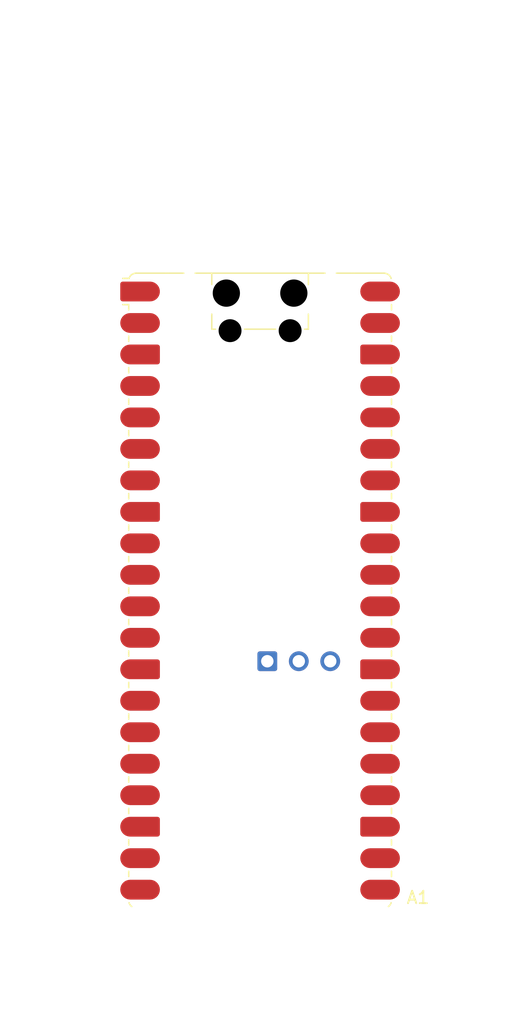
<source format=kicad_pcb>
(kicad_pcb (version 20241229) (generator "pcbnew") (generator_version "9.0")
  (layers (0 "F.Cu" signal) (2 "B.Cu" signal) (13 "F.Paste" user) (15 "B.Paste" user) (5 "F.SilkS" user "F.Silkscreen") (7 "B.SilkS" user "B.Silkscreen") (1 "F.Mask" user) (3 "B.Mask" user) (25 "Edge.Cuts" user))
  (net 0 "")
  (net 4 "Net-(A1-GND-Pad13)")
  (footprint "Module:RaspberryPi_Pico_W_SMD_HandSolder" (layer "F.Cu") (at 191.81 86.87)
    (property "Reference" "A1" (at 11.7475 24.765 0) (layer "F.SilkS") (effects (justify left)))
    (property "Value" "RaspberryPi_Pico_W")
    (fp_line (start -10.61 -23.07) (end -11.09 -23.07) (stroke (width 0.12)) (layer "F.SilkS"))
    (fp_line (start -10.61 -23.07) (end -10.61 -22.65) (stroke (width 0.12)) (layer "F.SilkS"))
    (fp_line (start -10.61 -20.53) (end -10.61 -20.11) (stroke (width 0.12)) (layer "F.SilkS"))
    (fp_line (start -10.61 -17.99) (end -10.61 -17.57) (stroke (width 0.12)) (layer "F.SilkS"))
    (fp_line (start -10.61 -15.45) (end -10.61 -15.03) (stroke (width 0.12)) (layer "F.SilkS"))
    (fp_line (start -10.61 -12.91) (end -10.61 -12.49) (stroke (width 0.12)) (layer "F.SilkS"))
    (fp_line (start -10.61 -10.37) (end -10.61 -9.95) (stroke (width 0.12)) (layer "F.SilkS"))
    (fp_line (start -10.61 -7.83) (end -10.61 -7.41) (stroke (width 0.12)) (layer "F.SilkS"))
    (fp_line (start -10.61 -5.29) (end -10.61 -4.87) (stroke (width 0.12)) (layer "F.SilkS"))
    (fp_line (start -10.61 -2.75) (end -10.61 -2.33) (stroke (width 0.12)) (layer "F.SilkS"))
    (fp_line (start -10.61 -0.21) (end -10.61 0.21) (stroke (width 0.12)) (layer "F.SilkS"))
    (fp_line (start -10.61 2.33) (end -10.61 2.75) (stroke (width 0.12)) (layer "F.SilkS"))
    (fp_line (start -10.61 4.87) (end -10.61 5.29) (stroke (width 0.12)) (layer "F.SilkS"))
    (fp_line (start -10.61 7.41) (end -10.61 7.83) (stroke (width 0.12)) (layer "F.SilkS"))
    (fp_line (start -10.61 9.95) (end -10.61 10.37) (stroke (width 0.12)) (layer "F.SilkS"))
    (fp_line (start -10.61 12.49) (end -10.61 12.91) (stroke (width 0.12)) (layer "F.SilkS"))
    (fp_line (start -10.61 15.03) (end -10.61 15.45) (stroke (width 0.12)) (layer "F.SilkS"))
    (fp_line (start -10.61 17.57) (end -10.61 17.99) (stroke (width 0.12)) (layer "F.SilkS"))
    (fp_line (start -10.61 20.11) (end -10.61 20.53) (stroke (width 0.12)) (layer "F.SilkS"))
    (fp_line (start -10.61 22.65) (end -10.61 23.07) (stroke (width 0.12)) (layer "F.SilkS"))
    (fp_line (start -10.579676 -25.19) (end -11.09 -25.19) (stroke (width 0.12)) (layer "F.SilkS"))
    (fp_line (start -10 -25.61) (end -7.51 -25.61) (stroke (width 0.12)) (layer "F.SilkS"))
    (fp_line (start -7.51 -25.61) (end -6.16206 -25.61) (stroke (width 0.12)) (layer "F.SilkS"))
    (fp_line (start -5.237939 -25.61) (end -4.235 -25.61) (stroke (width 0.12)) (layer "F.SilkS"))
    (fp_line (start -4.235 -25.61) (end 4.235 -25.61) (stroke (width 0.12)) (layer "F.SilkS"))
    (fp_line (start -3.9 -25.61) (end -3.9 -24.694) (stroke (width 0.12)) (layer "F.SilkS"))
    (fp_line (start -3.9 -22.306) (end -3.9 -21.09) (stroke (width 0.12)) (layer "F.SilkS"))
    (fp_line (start -3.9 -21.09) (end -3.60391 -21.09) (stroke (width 0.12)) (layer "F.SilkS"))
    (fp_line (start -1.24609 -21.09) (end 1.24609 -21.09) (stroke (width 0.12)) (layer "F.SilkS"))
    (fp_line (start 3.60391 -21.09) (end 3.9 -21.09) (stroke (width 0.12)) (layer "F.SilkS"))
    (fp_line (start 3.9 -25.61) (end 3.9 -24.694) (stroke (width 0.12)) (layer "F.SilkS"))
    (fp_line (start 3.9 -22.306) (end 3.9 -21.09) (stroke (width 0.12)) (layer "F.SilkS"))
    (fp_line (start 4.235 -25.61) (end 5.237939 -25.61) (stroke (width 0.12)) (layer "F.SilkS"))
    (fp_line (start 6.162061 -25.61) (end 7.51 -25.61) (stroke (width 0.12)) (layer "F.SilkS"))
    (fp_line (start 10 -25.61) (end 7.51 -25.61) (stroke (width 0.12)) (layer "F.SilkS"))
    (fp_line (start 10.61 -23.07) (end 10.61 -22.65) (stroke (width 0.12)) (layer "F.SilkS"))
    (fp_line (start 10.61 -20.53) (end 10.61 -20.11) (stroke (width 0.12)) (layer "F.SilkS"))
    (fp_line (start 10.61 -17.99) (end 10.61 -17.57) (stroke (width 0.12)) (layer "F.SilkS"))
    (fp_line (start 10.61 -15.45) (end 10.61 -15.03) (stroke (width 0.12)) (layer "F.SilkS"))
    (fp_line (start 10.61 -12.91) (end 10.61 -12.49) (stroke (width 0.12)) (layer "F.SilkS"))
    (fp_line (start 10.61 -10.37) (end 10.61 -9.95) (stroke (width 0.12)) (layer "F.SilkS"))
    (fp_line (start 10.61 -7.83) (end 10.61 -7.41) (stroke (width 0.12)) (layer "F.SilkS"))
    (fp_line (start 10.61 -5.29) (end 10.61 -4.87) (stroke (width 0.12)) (layer "F.SilkS"))
    (fp_line (start 10.61 -2.75) (end 10.61 -2.33) (stroke (width 0.12)) (layer "F.SilkS"))
    (fp_line (start 10.61 -0.21) (end 10.61 0.21) (stroke (width 0.12)) (layer "F.SilkS"))
    (fp_line (start 10.61 2.33) (end 10.61 2.75) (stroke (width 0.12)) (layer "F.SilkS"))
    (fp_line (start 10.61 4.87) (end 10.61 5.29) (stroke (width 0.12)) (layer "F.SilkS"))
    (fp_line (start 10.61 7.41) (end 10.61 7.83) (stroke (width 0.12)) (layer "F.SilkS"))
    (fp_line (start 10.61 9.95) (end 10.61 10.37) (stroke (width 0.12)) (layer "F.SilkS"))
    (fp_line (start 10.61 12.49) (end 10.61 12.91) (stroke (width 0.12)) (layer "F.SilkS"))
    (fp_line (start 10.61 15.03) (end 10.61 15.45) (stroke (width 0.12)) (layer "F.SilkS"))
    (fp_line (start 10.61 17.57) (end 10.61 17.99) (stroke (width 0.12)) (layer "F.SilkS"))
    (fp_line (start 10.61 20.11) (end 10.61 20.53) (stroke (width 0.12)) (layer "F.SilkS"))
    (fp_line (start 10.61 22.65) (end 10.61 23.07) (stroke (width 0.12)) (layer "F.SilkS"))
    (fp_arc (start -10.579676 -25.19) (mid -10.357938 -25.493944) (end -10 -25.61) (stroke (width 0.12)) (layer "F.SilkS"))
    (fp_arc (start -10.363318 25.49) (mid -10.494791 25.356765) (end -10.579676 25.189937) (stroke (width 0.12)) (layer "F.SilkS"))
    (fp_arc (start 10 -25.61) (mid 10.357937 -25.493944) (end 10.579676 -25.189937) (stroke (width 0.12)) (layer "F.SilkS"))
    (fp_arc (start 10.579676 25.189937) (mid 10.494803 25.356773) (end 10.363318 25.49) (stroke (width 0.12)) (layer "F.SilkS"))
    (pad "" smd rect (at -8.89 -24.13) (size 3.8 2.2) (drill (offset -0.8 0)) (layers "F.Paste"))
    (pad "" smd rect (at -8.89 -21.59) (size 3.8 2.2) (drill (offset -0.8 0)) (layers "F.Paste"))
    (pad "" smd rect (at -8.89 -19.05) (size 3.8 2.2) (drill (offset -0.8 0)) (layers "F.Paste"))
    (pad "" smd rect (at -8.89 -16.51) (size 3.8 2.2) (drill (offset -0.8 0)) (layers "F.Paste"))
    (pad "" smd rect (at -8.89 -13.97) (size 3.8 2.2) (drill (offset -0.8 0)) (layers "F.Paste"))
    (pad "" smd rect (at -8.89 -11.43) (size 3.8 2.2) (drill (offset -0.8 0)) (layers "F.Paste"))
    (pad "" smd rect (at -8.89 -8.89) (size 3.8 2.2) (drill (offset -0.8 0)) (layers "F.Paste"))
    (pad "" smd rect (at -8.89 -6.35) (size 3.8 2.2) (drill (offset -0.8 0)) (layers "F.Paste"))
    (pad "" smd rect (at -8.89 -3.81) (size 3.8 2.2) (drill (offset -0.8 0)) (layers "F.Paste"))
    (pad "" smd rect (at -8.89 -1.27) (size 3.8 2.2) (drill (offset -0.8 0)) (layers "F.Paste"))
    (pad "" smd rect (at -8.89 1.27) (size 3.8 2.2) (drill (offset -0.8 0)) (layers "F.Paste"))
    (pad "" smd rect (at -8.89 3.81) (size 3.8 2.2) (drill (offset -0.8 0)) (layers "F.Paste"))
    (pad "" smd rect (at -8.89 6.35) (size 3.8 2.2) (drill (offset -0.8 0)) (layers "F.Paste"))
    (pad "" smd rect (at -8.89 8.89) (size 3.8 2.2) (drill (offset -0.8 0)) (layers "F.Paste"))
    (pad "" smd rect (at -8.89 11.43) (size 3.8 2.2) (drill (offset -0.8 0)) (layers "F.Paste"))
    (pad "" smd rect (at -8.89 13.97) (size 3.8 2.2) (drill (offset -0.8 0)) (layers "F.Paste"))
    (pad "" smd rect (at -8.89 16.51) (size 3.8 2.2) (drill (offset -0.8 0)) (layers "F.Paste"))
    (pad "" smd rect (at -8.89 19.05) (size 3.8 2.2) (drill (offset -0.8 0)) (layers "F.Paste"))
    (pad "" smd rect (at -8.89 21.59) (size 3.8 2.2) (drill (offset -0.8 0)) (layers "F.Paste"))
    (pad "" smd rect (at -8.89 24.13) (size 3.8 2.2) (drill (offset -0.8 0)) (layers "F.Paste"))
    (pad "" np_thru_hole circle (at -2.725 -24) (size 2.2 2.2) (drill 2.2) (layers "*.Mask"))
    (pad "" np_thru_hole circle (at -2.425 -20.97) (size 1.85 1.85) (drill 1.85) (layers "*.Mask"))
    (pad "" np_thru_hole circle (at 2.425 -20.97) (size 1.85 1.85) (drill 1.85) (layers "*.Mask"))
    (pad "" np_thru_hole circle (at 2.725 -24) (size 2.2 2.2) (drill 2.2) (layers "*.Mask"))
    (pad "" smd rect (at 8.89 -24.13) (size 3.8 2.2) (drill (offset 0.8 0)) (layers "F.Paste"))
    (pad "" smd rect (at 8.89 -21.59) (size 3.8 2.2) (drill (offset 0.8 0)) (layers "F.Paste"))
    (pad "" smd rect (at 8.89 -19.05) (size 3.8 2.2) (drill (offset 0.8 0)) (layers "F.Paste"))
    (pad "" smd rect (at 8.89 -16.51) (size 3.8 2.2) (drill (offset 0.8 0)) (layers "F.Paste"))
    (pad "" smd rect (at 8.89 -13.97) (size 3.8 2.2) (drill (offset 0.8 0)) (layers "F.Paste"))
    (pad "" smd rect (at 8.89 -11.43) (size 3.8 2.2) (drill (offset 0.8 0)) (layers "F.Paste"))
    (pad "" smd rect (at 8.89 -8.89) (size 3.8 2.2) (drill (offset 0.8 0)) (layers "F.Paste"))
    (pad "" smd rect (at 8.89 -6.35) (size 3.8 2.2) (drill (offset 0.8 0)) (layers "F.Paste"))
    (pad "" smd rect (at 8.89 -3.81) (size 3.8 2.2) (drill (offset 0.8 0)) (layers "F.Paste"))
    (pad "" smd rect (at 8.89 -1.27) (size 3.8 2.2) (drill (offset 0.8 0)) (layers "F.Paste"))
    (pad "" smd rect (at 8.89 1.27) (size 3.8 2.2) (drill (offset 0.8 0)) (layers "F.Paste"))
    (pad "" smd rect (at 8.89 3.81) (size 3.8 2.2) (drill (offset 0.8 0)) (layers "F.Paste"))
    (pad "" smd rect (at 8.89 6.35) (size 3.8 2.2) (drill (offset 0.8 0)) (layers "F.Paste"))
    (pad "" smd rect (at 8.89 8.89) (size 3.8 2.2) (drill (offset 0.8 0)) (layers "F.Paste"))
    (pad "" smd rect (at 8.89 11.43) (size 3.8 2.2) (drill (offset 0.8 0)) (layers "F.Paste"))
    (pad "" smd rect (at 8.89 13.97) (size 3.8 2.2) (drill (offset 0.8 0)) (layers "F.Paste"))
    (pad "" smd rect (at 8.89 16.51) (size 3.8 2.2) (drill (offset 0.8 0)) (layers "F.Paste"))
    (pad "" smd rect (at 8.89 19.05) (size 3.8 2.2) (drill (offset 0.8 0)) (layers "F.Paste"))
    (pad "" smd rect (at 8.89 21.59) (size 3.8 2.2) (drill (offset 0.8 0)) (layers "F.Paste"))
    (pad "" smd rect (at 8.89 24.13) (size 3.8 2.2) (drill (offset 0.8 0)) (layers "F.Paste"))
    (pad "1" smd custom (at -9.69 -24.13) (size 1.6 0.8) (layers "F.Cu" "F.Mask") (options (clearance outline) (anchor rect)) (primitives (gr_circle (center 0.8 0) (end 1.6 0) (width 0) (fill yes)) (gr_poly (pts (xy -1.6 -0.6) (xy -1.6 0.6) (xy -1.4 0.8) (xy 0.8 0.8) (xy 0.8 -0.8) (xy -1.4 -0.8)) (width 0) (fill yes)) (gr_circle (center -1.4 -0.6) (end -1.2 -0.6) (width 0) (fill yes)) (gr_circle (center -1.4 0.6) (end -1.2 0.6) (width 0) (fill yes))))
    (pad "2" smd roundrect (at -9.69 -21.59) (size 3.2 1.6) (layers "F.Cu" "F.Mask") (roundrect_rratio 0.5))
    (pad "3" smd custom (at -9.69 -19.05) (size 1.6 0.8) (layers "F.Cu" "F.Mask") (net 4 "Net-(A1-GND-Pad13)") (options (clearance outline) (anchor rect)) (primitives (gr_circle (center -0.8 0) (end 0 0) (width 0) (fill yes)) (gr_poly (pts (xy 1.6 -0.6) (xy 1.6 0.6) (xy 1.4 0.8) (xy -0.8 0.8) (xy -0.8 -0.8) (xy 1.4 -0.8)) (width 0) (fill yes)) (gr_circle (center 1.4 -0.6) (end 1.6 -0.6) (width 0) (fill yes)) (gr_circle (center 1.4 0.6) (end 1.6 0.6) (width 0) (fill yes))))
    (pad "4" smd roundrect (at -9.69 -16.51) (size 3.2 1.6) (layers "F.Cu" "F.Mask") (roundrect_rratio 0.5))
    (pad "5" smd roundrect (at -9.69 -13.97) (size 3.2 1.6) (layers "F.Cu" "F.Mask") (roundrect_rratio 0.5))
    (pad "6" smd roundrect (at -9.69 -11.43) (size 3.2 1.6) (layers "F.Cu" "F.Mask") (roundrect_rratio 0.5))
    (pad "7" smd roundrect (at -9.69 -8.89) (size 3.2 1.6) (layers "F.Cu" "F.Mask") (roundrect_rratio 0.5))
    (pad "8" smd custom (at -9.69 -6.35) (size 1.6 0.8) (layers "F.Cu" "F.Mask") (net 4 "Net-(A1-GND-Pad13)") (options (clearance outline) (anchor rect)) (primitives (gr_circle (center -0.8 0) (end 0 0) (width 0) (fill yes)) (gr_poly (pts (xy 1.6 -0.6) (xy 1.6 0.6) (xy 1.4 0.8) (xy -0.8 0.8) (xy -0.8 -0.8) (xy 1.4 -0.8)) (width 0) (fill yes)) (gr_circle (center 1.4 -0.6) (end 1.6 -0.6) (width 0) (fill yes)) (gr_circle (center 1.4 0.6) (end 1.6 0.6) (width 0) (fill yes))))
    (pad "9" smd roundrect (at -9.69 -3.81) (size 3.2 1.6) (layers "F.Cu" "F.Mask") (roundrect_rratio 0.5))
    (pad "10" smd roundrect (at -9.69 -1.27) (size 3.2 1.6) (layers "F.Cu" "F.Mask") (roundrect_rratio 0.5))
    (pad "11" smd roundrect (at -9.69 1.27) (size 3.2 1.6) (layers "F.Cu" "F.Mask") (roundrect_rratio 0.5))
    (pad "12" smd roundrect (at -9.69 3.81) (size 3.2 1.6) (layers "F.Cu" "F.Mask") (roundrect_rratio 0.5))
    (pad "13" smd custom (at -9.69 6.35) (size 1.6 0.8) (layers "F.Cu" "F.Mask") (net 4 "Net-(A1-GND-Pad13)") (options (clearance outline) (anchor rect)) (primitives (gr_circle (center -0.8 0) (end 0 0) (width 0) (fill yes)) (gr_poly (pts (xy 1.6 -0.6) (xy 1.6 0.6) (xy 1.4 0.8) (xy -0.8 0.8) (xy -0.8 -0.8) (xy 1.4 -0.8)) (width 0) (fill yes)) (gr_circle (center 1.4 -0.6) (end 1.6 -0.6) (width 0) (fill yes)) (gr_circle (center 1.4 0.6) (end 1.6 0.6) (width 0) (fill yes))))
    (pad "14" smd roundrect (at -9.69 8.89) (size 3.2 1.6) (layers "F.Cu" "F.Mask") (roundrect_rratio 0.5))
    (pad "15" smd roundrect (at -9.69 11.43) (size 3.2 1.6) (layers "F.Cu" "F.Mask") (roundrect_rratio 0.5))
    (pad "16" smd roundrect (at -9.69 13.97) (size 3.2 1.6) (layers "F.Cu" "F.Mask") (roundrect_rratio 0.5))
    (pad "17" smd roundrect (at -9.69 16.51) (size 3.2 1.6) (layers "F.Cu" "F.Mask") (roundrect_rratio 0.5))
    (pad "18" smd custom (at -9.69 19.05) (size 1.6 0.8) (layers "F.Cu" "F.Mask") (net 4 "Net-(A1-GND-Pad13)") (options (clearance outline) (anchor rect)) (primitives (gr_circle (center -0.8 0) (end 0 0) (width 0) (fill yes)) (gr_poly (pts (xy 1.6 -0.6) (xy 1.6 0.6) (xy 1.4 0.8) (xy -0.8 0.8) (xy -0.8 -0.8) (xy 1.4 -0.8)) (width 0) (fill yes)) (gr_circle (center 1.4 -0.6) (end 1.6 -0.6) (width 0) (fill yes)) (gr_circle (center 1.4 0.6) (end 1.6 0.6) (width 0) (fill yes))))
    (pad "19" smd roundrect (at -9.69 21.59) (size 3.2 1.6) (layers "F.Cu" "F.Mask") (roundrect_rratio 0.5))
    (pad "20" smd roundrect (at -9.69 24.13) (size 3.2 1.6) (layers "F.Cu" "F.Mask") (roundrect_rratio 0.5))
    (pad "21" smd roundrect (at 9.69 24.13) (size 3.2 1.6) (layers "F.Cu" "F.Mask") (roundrect_rratio 0.5))
    (pad "22" smd roundrect (at 9.69 21.59) (size 3.2 1.6) (layers "F.Cu" "F.Mask") (roundrect_rratio 0.5))
    (pad "23" smd custom (at 9.69 19.05) (size 1.6 0.8) (layers "F.Cu" "F.Mask") (net 4 "Net-(A1-GND-Pad13)") (options (clearance outline) (anchor rect)) (primitives (gr_circle (center 0.8 0) (end 1.6 0) (width 0) (fill yes)) (gr_poly (pts (xy -1.6 -0.6) (xy -1.6 0.6) (xy -1.4 0.8) (xy 0.8 0.8) (xy 0.8 -0.8) (xy -1.4 -0.8)) (width 0) (fill yes)) (gr_circle (center -1.4 -0.6) (end -1.2 -0.6) (width 0) (fill yes)) (gr_circle (center -1.4 0.6) (end -1.2 0.6) (width 0) (fill yes))))
    (pad "24" smd roundrect (at 9.69 16.51) (size 3.2 1.6) (layers "F.Cu" "F.Mask") (roundrect_rratio 0.5))
    (pad "25" smd roundrect (at 9.69 13.97) (size 3.2 1.6) (layers "F.Cu" "F.Mask") (roundrect_rratio 0.5))
    (pad "26" smd roundrect (at 9.69 11.43) (size 3.2 1.6) (layers "F.Cu" "F.Mask") (roundrect_rratio 0.5))
    (pad "27" smd roundrect (at 9.69 8.89) (size 3.2 1.6) (layers "F.Cu" "F.Mask") (roundrect_rratio 0.5))
    (pad "28" smd custom (at 9.69 6.35) (size 1.6 0.8) (layers "F.Cu" "F.Mask") (net 4 "Net-(A1-GND-Pad13)") (options (clearance outline) (anchor rect)) (primitives (gr_circle (center 0.8 0) (end 1.6 0) (width 0) (fill yes)) (gr_poly (pts (xy -1.6 -0.6) (xy -1.6 0.6) (xy -1.4 0.8) (xy 0.8 0.8) (xy 0.8 -0.8) (xy -1.4 -0.8)) (width 0) (fill yes)) (gr_circle (center -1.4 -0.6) (end -1.2 -0.6) (width 0) (fill yes)) (gr_circle (center -1.4 0.6) (end -1.2 0.6) (width 0) (fill yes))))
    (pad "29" smd roundrect (at 9.69 3.81) (size 3.2 1.6) (layers "F.Cu" "F.Mask") (roundrect_rratio 0.5))
    (pad "30" smd roundrect (at 9.69 1.27) (size 3.2 1.6) (layers "F.Cu" "F.Mask") (roundrect_rratio 0.5))
    (pad "31" smd roundrect (at 9.69 -1.27) (size 3.2 1.6) (layers "F.Cu" "F.Mask") (roundrect_rratio 0.5))
    (pad "32" smd roundrect (at 9.69 -3.81) (size 3.2 1.6) (layers "F.Cu" "F.Mask") (roundrect_rratio 0.5))
    (pad "33" smd custom (at 9.69 -6.35) (size 1.6 0.8) (layers "F.Cu" "F.Mask") (options (clearance outline) (anchor rect)) (primitives (gr_circle (center 0.8 0) (end 1.6 0) (width 0) (fill yes)) (gr_poly (pts (xy -1.6 -0.6) (xy -1.6 0.6) (xy -1.4 0.8) (xy 0.8 0.8) (xy 0.8 -0.8) (xy -1.4 -0.8)) (width 0) (fill yes)) (gr_circle (center -1.4 -0.6) (end -1.2 -0.6) (width 0) (fill yes)) (gr_circle (center -1.4 0.6) (end -1.2 0.6) (width 0) (fill yes))))
    (pad "34" smd roundrect (at 9.69 -8.89) (size 3.2 1.6) (layers "F.Cu" "F.Mask") (roundrect_rratio 0.5))
    (pad "35" smd roundrect (at 9.69 -11.43) (size 3.2 1.6) (layers "F.Cu" "F.Mask") (roundrect_rratio 0.5))
    (pad "36" smd roundrect (at 9.69 -13.97) (size 3.2 1.6) (layers "F.Cu" "F.Mask") (roundrect_rratio 0.5))
    (pad "37" smd roundrect (at 9.69 -16.51) (size 3.2 1.6) (layers "F.Cu" "F.Mask") (roundrect_rratio 0.5))
    (pad "38" smd custom (at 9.69 -19.05) (size 1.6 0.8) (layers "F.Cu" "F.Mask") (net 4 "Net-(A1-GND-Pad13)") (options (clearance outline) (anchor rect)) (primitives (gr_circle (center 0.8 0) (end 1.6 0) (width 0) (fill yes)) (gr_poly (pts (xy -1.6 -0.6) (xy -1.6 0.6) (xy -1.4 0.8) (xy 0.8 0.8) (xy 0.8 -0.8) (xy -1.4 -0.8)) (width 0) (fill yes)) (gr_circle (center -1.4 -0.6) (end -1.2 -0.6) (width 0) (fill yes)) (gr_circle (center -1.4 0.6) (end -1.2 0.6) (width 0) (fill yes))))
    (pad "39" smd roundrect (at 9.69 -21.59) (size 3.2 1.6) (layers "F.Cu" "F.Mask") (roundrect_rratio 0.5))
    (pad "40" smd roundrect (at 9.69 -24.13) (size 3.2 1.6) (layers "F.Cu" "F.Mask") (roundrect_rratio 0.5))
    (pad "D1" thru_hole roundrect (at 0.5841 5.7) (size 1.6 1.6) (drill 1) (layers "*.Cu" "*.Mask") (roundrect_rratio 0.125))
    (pad "D2" thru_hole circle (at 3.1241 5.7) (size 1.6 1.6) (drill 1) (layers "*.Cu" "*.Mask"))
    (pad "D3" thru_hole circle (at 5.6641 5.7) (size 1.6 1.6) (drill 1) (layers "*.Cu" "*.Mask"))
  )
)
</source>
